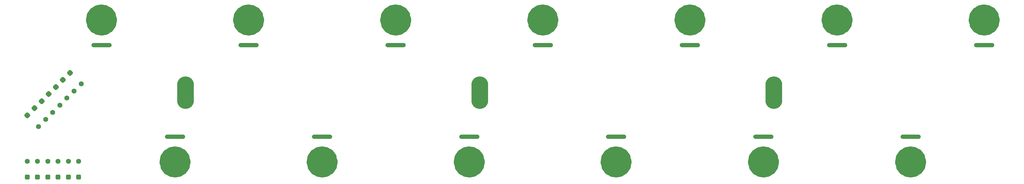
<source format=gbs>
G04 #@! TF.GenerationSoftware,KiCad,Pcbnew,7.0.7*
G04 #@! TF.CreationDate,2023-09-19T02:58:37+01:00*
G04 #@! TF.ProjectId,segment-stagx,7365676d-656e-4742-9d73-746167782e6b,rev?*
G04 #@! TF.SameCoordinates,Original*
G04 #@! TF.FileFunction,Soldermask,Bot*
G04 #@! TF.FilePolarity,Negative*
%FSLAX46Y46*%
G04 Gerber Fmt 4.6, Leading zero omitted, Abs format (unit mm)*
G04 Created by KiCad (PCBNEW 7.0.7) date 2023-09-19 02:58:37*
%MOMM*%
%LPD*%
G01*
G04 APERTURE LIST*
G04 Aperture macros list*
%AMRoundRect*
0 Rectangle with rounded corners*
0 $1 Rounding radius*
0 $2 $3 $4 $5 $6 $7 $8 $9 X,Y pos of 4 corners*
0 Add a 4 corners polygon primitive as box body*
4,1,4,$2,$3,$4,$5,$6,$7,$8,$9,$2,$3,0*
0 Add four circle primitives for the rounded corners*
1,1,$1+$1,$2,$3*
1,1,$1+$1,$4,$5*
1,1,$1+$1,$6,$7*
1,1,$1+$1,$8,$9*
0 Add four rect primitives between the rounded corners*
20,1,$1+$1,$2,$3,$4,$5,0*
20,1,$1+$1,$4,$5,$6,$7,0*
20,1,$1+$1,$6,$7,$8,$9,0*
20,1,$1+$1,$8,$9,$2,$3,0*%
G04 Aperture macros list end*
%ADD10C,4.950000*%
%ADD11O,5.300000X10.300000*%
%ADD12RoundRect,0.700000X2.500000X0.000000X-2.500000X0.000000X-2.500000X0.000000X2.500000X0.000000X0*%
%ADD13RoundRect,0.700000X-2.500000X0.000000X2.500000X0.000000X2.500000X0.000000X-2.500000X0.000000X0*%
%ADD14RoundRect,0.450000X-0.494975X0.000000X0.000000X-0.494975X0.494975X0.000000X0.000000X0.494975X0*%
%ADD15C,1.600000*%
%ADD16RoundRect,0.450000X0.350000X-0.350000X0.350000X0.350000X-0.350000X0.350000X-0.350000X-0.350000X0*%
G04 APERTURE END LIST*
D10*
X253975000Y-128200000D02*
G75*
G03*
X253975000Y-128200000I-2475000J0D01*
G01*
X300675000Y-128200000D02*
G75*
G03*
X300675000Y-128200000I-2475000J0D01*
G01*
X370575000Y-83200000D02*
G75*
G03*
X370575000Y-83200000I-2475000J0D01*
G01*
X347275000Y-128200000D02*
G75*
G03*
X347275000Y-128200000I-2475000J0D01*
G01*
X114275000Y-128200000D02*
G75*
G03*
X114275000Y-128200000I-2475000J0D01*
G01*
X184175000Y-83200000D02*
G75*
G03*
X184175000Y-83200000I-2475000J0D01*
G01*
X207475000Y-128200000D02*
G75*
G03*
X207475000Y-128200000I-2475000J0D01*
G01*
X137575000Y-83200000D02*
G75*
G03*
X137575000Y-83200000I-2475000J0D01*
G01*
X160875000Y-128200000D02*
G75*
G03*
X160875000Y-128200000I-2475000J0D01*
G01*
X90975000Y-83200000D02*
G75*
G03*
X90975000Y-83200000I-2475000J0D01*
G01*
X323975000Y-83200000D02*
G75*
G03*
X323975000Y-83200000I-2475000J0D01*
G01*
X277375000Y-83200000D02*
G75*
G03*
X277375000Y-83200000I-2475000J0D01*
G01*
X230775000Y-83200000D02*
G75*
G03*
X230775000Y-83200000I-2475000J0D01*
G01*
D11*
X301500000Y-106200000D03*
X208300000Y-106200000D03*
D12*
X251500000Y-120200000D03*
X298200000Y-120200000D03*
D13*
X368100000Y-91200000D03*
D14*
X71782233Y-106682233D03*
D15*
X75317767Y-110217767D03*
D14*
X74032233Y-104432233D03*
D15*
X77567767Y-107967767D03*
D12*
X344800000Y-120200000D03*
D14*
X65032233Y-113432233D03*
D15*
X68567767Y-116967767D03*
D12*
X111800000Y-120200000D03*
D15*
X74750000Y-128000000D03*
D16*
X74750000Y-133000000D03*
D13*
X181700000Y-91200000D03*
D14*
X78532233Y-99932233D03*
D15*
X82067767Y-103467767D03*
D12*
X205000000Y-120200000D03*
D13*
X135100000Y-91200000D03*
D12*
X158400000Y-120200000D03*
D13*
X88500000Y-91200000D03*
X321500000Y-91200000D03*
D15*
X81250000Y-128000000D03*
D16*
X81250000Y-133000000D03*
D15*
X78000000Y-128000000D03*
D16*
X78000000Y-133000000D03*
D15*
X65000000Y-128000000D03*
D16*
X65000000Y-133000000D03*
D14*
X76282233Y-102182233D03*
D15*
X79817767Y-105717767D03*
D14*
X67282233Y-111182233D03*
D15*
X70817767Y-114717767D03*
D13*
X274900000Y-91200000D03*
D15*
X68250000Y-128000000D03*
D16*
X68250000Y-133000000D03*
D14*
X69532233Y-108932233D03*
D15*
X73067767Y-112467767D03*
D11*
X115100000Y-106200000D03*
D13*
X228300000Y-91200000D03*
D15*
X71500000Y-128000000D03*
D16*
X71500000Y-133000000D03*
M02*

</source>
